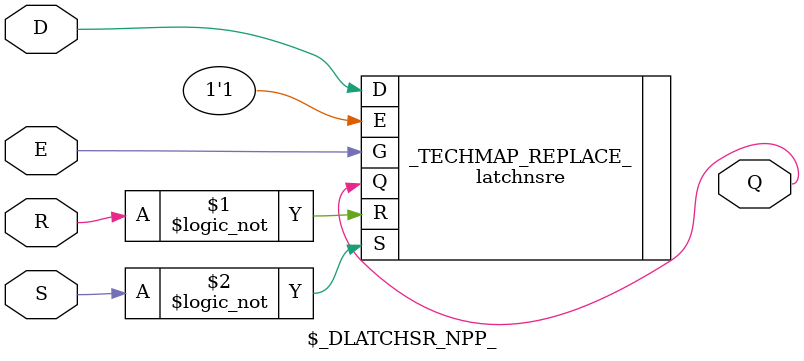
<source format=v>

module \$_DFF_P_ (D, C, Q);
    input  D;
    input  C;
    output Q;
    dff _TECHMAP_REPLACE_ (.C(C), .D(D), .Q(Q));
endmodule

module \$_DFF_N_ (D, C, Q);
    input  D;
    input  C;
    output Q;
    dffn _TECHMAP_REPLACE_ (.C(C), .D(D), .Q(Q));
endmodule

// DFF, asynchronous set/reset, enable
module \$_DFFSRE_PNNP_ (C, S, R, E, D, Q);
    input  C;
    input  S;
    input  R;
    input  E;
    input  D;
    output Q;
    dffsre _TECHMAP_REPLACE_ (.Q(Q), .D(D), .C(C), .E(E), .R(R), .S(S));
endmodule

module \$_DFFSRE_NNNP_ (C, S, R, E, D, Q);
    input  C;
    input  S;
    input  R;
    input  E;
    input  D;
    output Q;
    dffnsre _TECHMAP_REPLACE_ (.Q(Q), .D(D), .C(C), .E(E), .R(R), .S(S));
endmodule

// DFF, synchronous set or reset, enable
module \$_SDFFE_PN0P_ (D, C, R, E, Q);
    input  D;
    input  C;
    input  R;
    input  E;
    output Q;
    sdffsre _TECHMAP_REPLACE_ (.Q(Q), .D(D), .C(C), .E(E), .R(R), .S(1'b1));
endmodule

module \$_SDFFE_PN1P_ (D, C, R, E, Q);
    input  D;
    input  C;
    input  R;
    input  E;
    output Q;
    sdffsre _TECHMAP_REPLACE_ (.Q(Q), .D(D), .C(C), .E(E), .R(1'b1), .S(R));
endmodule

module \$_SDFFE_NN0P_ (D, C, R, E, Q);
    input  D;
    input  C;
    input  R;
    input  E;
    output Q;
    sdffnsre _TECHMAP_REPLACE_ (.Q(Q), .D(D), .C(C), .E(E), .R(R), .S(1'b1));
endmodule

module \$_SDFFE_NN1P_ (D, C, R, E, Q);
    input  D;
    input  C;
    input  R;
    input  E;
    output Q;
    sdffnsre _TECHMAP_REPLACE_ (.Q(Q), .D(D), .C(C), .E(E), .R(1'b1), .S(R));
endmodule

// Latch, no set/reset, no enable
module  \$_DLATCH_P_ (input E, D, output Q);
    latch  _TECHMAP_REPLACE_ (.D(D), .Q(Q), .G(E));
endmodule

module  \$_DLATCH_N_ (input E, D, output Q);
    latchn _TECHMAP_REPLACE_ (.D(D), .Q(Q), .G(E));
endmodule

// Latch with async set and reset and enable
module  \$_DLATCHSR_PPP_ (input E, S, R, D, output Q);
    latchsre  _TECHMAP_REPLACE_ (.D(D), .Q(Q), .E(1'b1), .G(E),  .R(!R), .S(!S));
endmodule

module  \$_DLATCHSR_NPP_ (input E, S, R, D, output Q);
    latchnsre _TECHMAP_REPLACE_ (.D(D), .Q(Q), .E(1'b1), .G(E),  .R(!R), .S(!S));
endmodule


</source>
